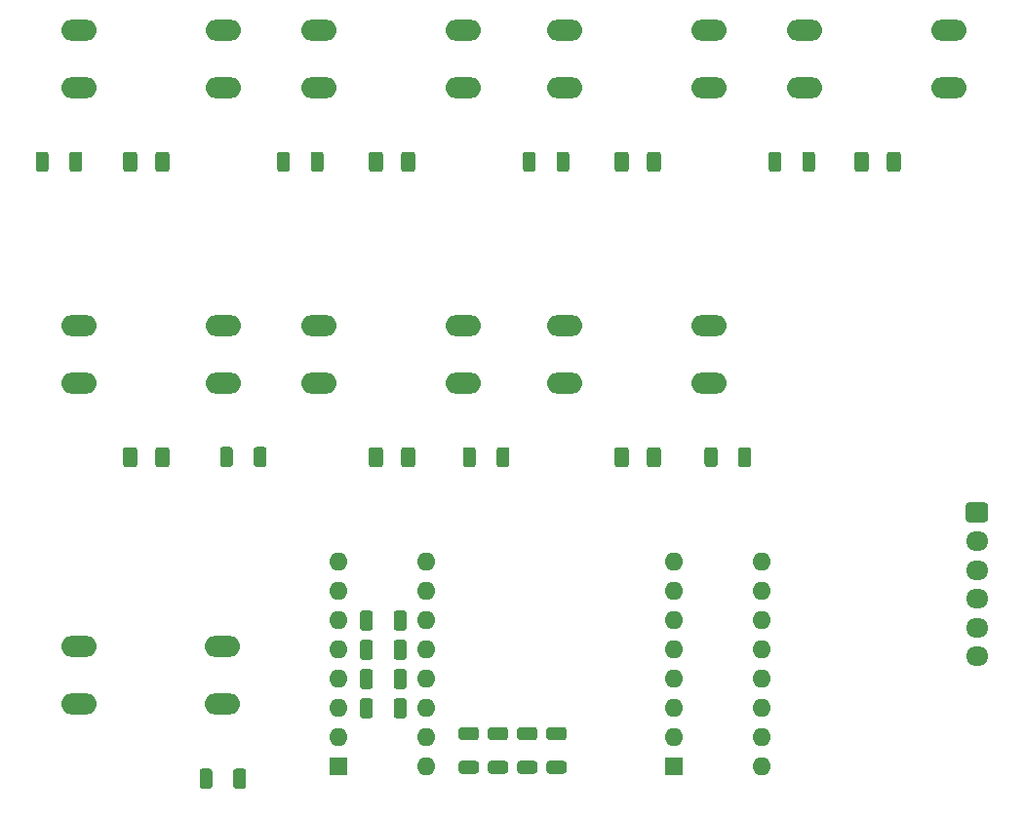
<source format=gbr>
%TF.GenerationSoftware,KiCad,Pcbnew,5.1.10*%
%TF.CreationDate,2021-07-27T03:07:11+02:00*%
%TF.ProjectId,OFICINA-TELE-ENCHUFES-INTERFAZ,4f464943-494e-4412-9d54-454c452d454e,rev?*%
%TF.SameCoordinates,Original*%
%TF.FileFunction,Soldermask,Top*%
%TF.FilePolarity,Negative*%
%FSLAX46Y46*%
G04 Gerber Fmt 4.6, Leading zero omitted, Abs format (unit mm)*
G04 Created by KiCad (PCBNEW 5.1.10) date 2021-07-27 03:07:11*
%MOMM*%
%LPD*%
G01*
G04 APERTURE LIST*
%ADD10O,1.600000X1.600000*%
%ADD11R,1.600000X1.600000*%
%ADD12O,3.048000X1.850000*%
%ADD13O,1.950000X1.700000*%
G04 APERTURE END LIST*
%TO.C,RD2*%
G36*
G01*
X132115436Y-72197997D02*
X132115436Y-73448003D01*
G75*
G02*
X131865439Y-73698000I-249997J0D01*
G01*
X131240433Y-73698000D01*
G75*
G02*
X130990436Y-73448003I0J249997D01*
G01*
X130990436Y-72197997D01*
G75*
G02*
X131240433Y-71948000I249997J0D01*
G01*
X131865439Y-71948000D01*
G75*
G02*
X132115436Y-72197997I0J-249997D01*
G01*
G37*
G36*
G01*
X135040436Y-72197997D02*
X135040436Y-73448003D01*
G75*
G02*
X134790439Y-73698000I-249997J0D01*
G01*
X134165433Y-73698000D01*
G75*
G02*
X133915436Y-73448003I0J249997D01*
G01*
X133915436Y-72197997D01*
G75*
G02*
X134165433Y-71948000I249997J0D01*
G01*
X134790439Y-71948000D01*
G75*
G02*
X135040436Y-72197997I0J-249997D01*
G01*
G37*
%TD*%
D10*
%TO.C,U1*%
X143937436Y-125363000D03*
X136317436Y-107583000D03*
X143937436Y-122823000D03*
X136317436Y-110123000D03*
X143937436Y-120283000D03*
X136317436Y-112663000D03*
X143937436Y-117743000D03*
X136317436Y-115203000D03*
X143937436Y-115203000D03*
X136317436Y-117743000D03*
X143937436Y-112663000D03*
X136317436Y-120283000D03*
X143937436Y-110123000D03*
X136317436Y-122823000D03*
X143937436Y-107583000D03*
D11*
X136317436Y-125363000D03*
%TD*%
D10*
%TO.C,U2*%
X173045000Y-125363000D03*
X165425000Y-107583000D03*
X173045000Y-122823000D03*
X165425000Y-110123000D03*
X173045000Y-120283000D03*
X165425000Y-112663000D03*
X173045000Y-117743000D03*
X165425000Y-115203000D03*
X173045000Y-115203000D03*
X165425000Y-117743000D03*
X173045000Y-112663000D03*
X165425000Y-120283000D03*
X173045000Y-110123000D03*
X165425000Y-122823000D03*
X173045000Y-107583000D03*
D11*
X165425000Y-125363000D03*
%TD*%
%TO.C,D1*%
G36*
G01*
X118867000Y-72198000D02*
X118867000Y-73448000D01*
G75*
G02*
X118617000Y-73698000I-250000J0D01*
G01*
X117867000Y-73698000D01*
G75*
G02*
X117617000Y-73448000I0J250000D01*
G01*
X117617000Y-72198000D01*
G75*
G02*
X117867000Y-71948000I250000J0D01*
G01*
X118617000Y-71948000D01*
G75*
G02*
X118867000Y-72198000I0J-250000D01*
G01*
G37*
G36*
G01*
X121667000Y-72198000D02*
X121667000Y-73448000D01*
G75*
G02*
X121417000Y-73698000I-250000J0D01*
G01*
X120667000Y-73698000D01*
G75*
G02*
X120417000Y-73448000I0J250000D01*
G01*
X120417000Y-72198000D01*
G75*
G02*
X120667000Y-71948000I250000J0D01*
G01*
X121417000Y-71948000D01*
G75*
G02*
X121667000Y-72198000I0J-250000D01*
G01*
G37*
%TD*%
%TO.C,RD6*%
G36*
G01*
X150051000Y-99102003D02*
X150051000Y-97851997D01*
G75*
G02*
X150300997Y-97602000I249997J0D01*
G01*
X150926003Y-97602000D01*
G75*
G02*
X151176000Y-97851997I0J-249997D01*
G01*
X151176000Y-99102003D01*
G75*
G02*
X150926003Y-99352000I-249997J0D01*
G01*
X150300997Y-99352000D01*
G75*
G02*
X150051000Y-99102003I0J249997D01*
G01*
G37*
G36*
G01*
X147126000Y-99102003D02*
X147126000Y-97851997D01*
G75*
G02*
X147375997Y-97602000I249997J0D01*
G01*
X148001003Y-97602000D01*
G75*
G02*
X148251000Y-97851997I0J-249997D01*
G01*
X148251000Y-99102003D01*
G75*
G02*
X148001003Y-99352000I-249997J0D01*
G01*
X147375997Y-99352000D01*
G75*
G02*
X147126000Y-99102003I0J249997D01*
G01*
G37*
%TD*%
D12*
%TO.C,SW1*%
X126300000Y-61393000D03*
X126300000Y-66393000D03*
X113800000Y-61393000D03*
X113800000Y-66393000D03*
%TD*%
%TO.C,SWR7*%
G36*
G01*
X139316000Y-114577997D02*
X139316000Y-115828003D01*
G75*
G02*
X139066003Y-116078000I-249997J0D01*
G01*
X138440997Y-116078000D01*
G75*
G02*
X138191000Y-115828003I0J249997D01*
G01*
X138191000Y-114577997D01*
G75*
G02*
X138440997Y-114328000I249997J0D01*
G01*
X139066003Y-114328000D01*
G75*
G02*
X139316000Y-114577997I0J-249997D01*
G01*
G37*
G36*
G01*
X142241000Y-114577997D02*
X142241000Y-115828003D01*
G75*
G02*
X141991003Y-116078000I-249997J0D01*
G01*
X141365997Y-116078000D01*
G75*
G02*
X141116000Y-115828003I0J249997D01*
G01*
X141116000Y-114577997D01*
G75*
G02*
X141365997Y-114328000I249997J0D01*
G01*
X141991003Y-114328000D01*
G75*
G02*
X142241000Y-114577997I0J-249997D01*
G01*
G37*
%TD*%
D13*
%TO.C,J1*%
X191760000Y-115770000D03*
X191760000Y-113270000D03*
X191760000Y-110770000D03*
X191760000Y-108270000D03*
X191760000Y-105770000D03*
G36*
G01*
X191035000Y-102420000D02*
X192485000Y-102420000D01*
G75*
G02*
X192735000Y-102670000I0J-250000D01*
G01*
X192735000Y-103870000D01*
G75*
G02*
X192485000Y-104120000I-250000J0D01*
G01*
X191035000Y-104120000D01*
G75*
G02*
X190785000Y-103870000I0J250000D01*
G01*
X190785000Y-102670000D01*
G75*
G02*
X191035000Y-102420000I250000J0D01*
G01*
G37*
%TD*%
%TO.C,SWR8*%
G36*
G01*
X139316000Y-112037997D02*
X139316000Y-113288003D01*
G75*
G02*
X139066003Y-113538000I-249997J0D01*
G01*
X138440997Y-113538000D01*
G75*
G02*
X138191000Y-113288003I0J249997D01*
G01*
X138191000Y-112037997D01*
G75*
G02*
X138440997Y-111788000I249997J0D01*
G01*
X139066003Y-111788000D01*
G75*
G02*
X139316000Y-112037997I0J-249997D01*
G01*
G37*
G36*
G01*
X142241000Y-112037997D02*
X142241000Y-113288003D01*
G75*
G02*
X141991003Y-113538000I-249997J0D01*
G01*
X141365997Y-113538000D01*
G75*
G02*
X141116000Y-113288003I0J249997D01*
G01*
X141116000Y-112037997D01*
G75*
G02*
X141365997Y-111788000I249997J0D01*
G01*
X141991003Y-111788000D01*
G75*
G02*
X142241000Y-112037997I0J-249997D01*
G01*
G37*
%TD*%
%TO.C,SWR6*%
G36*
G01*
X139316000Y-117117997D02*
X139316000Y-118368003D01*
G75*
G02*
X139066003Y-118618000I-249997J0D01*
G01*
X138440997Y-118618000D01*
G75*
G02*
X138191000Y-118368003I0J249997D01*
G01*
X138191000Y-117117997D01*
G75*
G02*
X138440997Y-116868000I249997J0D01*
G01*
X139066003Y-116868000D01*
G75*
G02*
X139316000Y-117117997I0J-249997D01*
G01*
G37*
G36*
G01*
X142241000Y-117117997D02*
X142241000Y-118368003D01*
G75*
G02*
X141991003Y-118618000I-249997J0D01*
G01*
X141365997Y-118618000D01*
G75*
G02*
X141116000Y-118368003I0J249997D01*
G01*
X141116000Y-117117997D01*
G75*
G02*
X141365997Y-116868000I249997J0D01*
G01*
X141991003Y-116868000D01*
G75*
G02*
X142241000Y-117117997I0J-249997D01*
G01*
G37*
%TD*%
%TO.C,SWR5*%
G36*
G01*
X142241000Y-119657997D02*
X142241000Y-120908003D01*
G75*
G02*
X141991003Y-121158000I-249997J0D01*
G01*
X141365997Y-121158000D01*
G75*
G02*
X141116000Y-120908003I0J249997D01*
G01*
X141116000Y-119657997D01*
G75*
G02*
X141365997Y-119408000I249997J0D01*
G01*
X141991003Y-119408000D01*
G75*
G02*
X142241000Y-119657997I0J-249997D01*
G01*
G37*
G36*
G01*
X139316000Y-119657997D02*
X139316000Y-120908003D01*
G75*
G02*
X139066003Y-121158000I-249997J0D01*
G01*
X138440997Y-121158000D01*
G75*
G02*
X138191000Y-120908003I0J249997D01*
G01*
X138191000Y-119657997D01*
G75*
G02*
X138440997Y-119408000I249997J0D01*
G01*
X139066003Y-119408000D01*
G75*
G02*
X139316000Y-119657997I0J-249997D01*
G01*
G37*
%TD*%
%TO.C,SWR4*%
G36*
G01*
X148267439Y-123050564D02*
X147017433Y-123050564D01*
G75*
G02*
X146767436Y-122800567I0J249997D01*
G01*
X146767436Y-122175561D01*
G75*
G02*
X147017433Y-121925564I249997J0D01*
G01*
X148267439Y-121925564D01*
G75*
G02*
X148517436Y-122175561I0J-249997D01*
G01*
X148517436Y-122800567D01*
G75*
G02*
X148267439Y-123050564I-249997J0D01*
G01*
G37*
G36*
G01*
X148267439Y-125975564D02*
X147017433Y-125975564D01*
G75*
G02*
X146767436Y-125725567I0J249997D01*
G01*
X146767436Y-125100561D01*
G75*
G02*
X147017433Y-124850564I249997J0D01*
G01*
X148267439Y-124850564D01*
G75*
G02*
X148517436Y-125100561I0J-249997D01*
G01*
X148517436Y-125725567D01*
G75*
G02*
X148267439Y-125975564I-249997J0D01*
G01*
G37*
%TD*%
%TO.C,SWR3*%
G36*
G01*
X150807439Y-123050564D02*
X149557433Y-123050564D01*
G75*
G02*
X149307436Y-122800567I0J249997D01*
G01*
X149307436Y-122175561D01*
G75*
G02*
X149557433Y-121925564I249997J0D01*
G01*
X150807439Y-121925564D01*
G75*
G02*
X151057436Y-122175561I0J-249997D01*
G01*
X151057436Y-122800567D01*
G75*
G02*
X150807439Y-123050564I-249997J0D01*
G01*
G37*
G36*
G01*
X150807439Y-125975564D02*
X149557433Y-125975564D01*
G75*
G02*
X149307436Y-125725567I0J249997D01*
G01*
X149307436Y-125100561D01*
G75*
G02*
X149557433Y-124850564I249997J0D01*
G01*
X150807439Y-124850564D01*
G75*
G02*
X151057436Y-125100561I0J-249997D01*
G01*
X151057436Y-125725567D01*
G75*
G02*
X150807439Y-125975564I-249997J0D01*
G01*
G37*
%TD*%
%TO.C,SWR2*%
G36*
G01*
X153347439Y-123050564D02*
X152097433Y-123050564D01*
G75*
G02*
X151847436Y-122800567I0J249997D01*
G01*
X151847436Y-122175561D01*
G75*
G02*
X152097433Y-121925564I249997J0D01*
G01*
X153347439Y-121925564D01*
G75*
G02*
X153597436Y-122175561I0J-249997D01*
G01*
X153597436Y-122800567D01*
G75*
G02*
X153347439Y-123050564I-249997J0D01*
G01*
G37*
G36*
G01*
X153347439Y-125975564D02*
X152097433Y-125975564D01*
G75*
G02*
X151847436Y-125725567I0J249997D01*
G01*
X151847436Y-125100561D01*
G75*
G02*
X152097433Y-124850564I249997J0D01*
G01*
X153347439Y-124850564D01*
G75*
G02*
X153597436Y-125100561I0J-249997D01*
G01*
X153597436Y-125725567D01*
G75*
G02*
X153347439Y-125975564I-249997J0D01*
G01*
G37*
%TD*%
%TO.C,SWR1*%
G36*
G01*
X155887439Y-123050564D02*
X154637433Y-123050564D01*
G75*
G02*
X154387436Y-122800567I0J249997D01*
G01*
X154387436Y-122175561D01*
G75*
G02*
X154637433Y-121925564I249997J0D01*
G01*
X155887439Y-121925564D01*
G75*
G02*
X156137436Y-122175561I0J-249997D01*
G01*
X156137436Y-122800567D01*
G75*
G02*
X155887439Y-123050564I-249997J0D01*
G01*
G37*
G36*
G01*
X155887439Y-125975564D02*
X154637433Y-125975564D01*
G75*
G02*
X154387436Y-125725567I0J249997D01*
G01*
X154387436Y-125100561D01*
G75*
G02*
X154637433Y-124850564I249997J0D01*
G01*
X155887439Y-124850564D01*
G75*
G02*
X156137436Y-125100561I0J-249997D01*
G01*
X156137436Y-125725567D01*
G75*
G02*
X155887439Y-125975564I-249997J0D01*
G01*
G37*
%TD*%
%TO.C,RDATA1*%
G36*
G01*
X127184436Y-127022003D02*
X127184436Y-125771997D01*
G75*
G02*
X127434433Y-125522000I249997J0D01*
G01*
X128059439Y-125522000D01*
G75*
G02*
X128309436Y-125771997I0J-249997D01*
G01*
X128309436Y-127022003D01*
G75*
G02*
X128059439Y-127272000I-249997J0D01*
G01*
X127434433Y-127272000D01*
G75*
G02*
X127184436Y-127022003I0J249997D01*
G01*
G37*
G36*
G01*
X124259436Y-127022003D02*
X124259436Y-125771997D01*
G75*
G02*
X124509433Y-125522000I249997J0D01*
G01*
X125134439Y-125522000D01*
G75*
G02*
X125384436Y-125771997I0J-249997D01*
G01*
X125384436Y-127022003D01*
G75*
G02*
X125134439Y-127272000I-249997J0D01*
G01*
X124509433Y-127272000D01*
G75*
G02*
X124259436Y-127022003I0J249997D01*
G01*
G37*
%TD*%
%TO.C,RD7*%
G36*
G01*
X171035000Y-99102003D02*
X171035000Y-97851997D01*
G75*
G02*
X171284997Y-97602000I249997J0D01*
G01*
X171910003Y-97602000D01*
G75*
G02*
X172160000Y-97851997I0J-249997D01*
G01*
X172160000Y-99102003D01*
G75*
G02*
X171910003Y-99352000I-249997J0D01*
G01*
X171284997Y-99352000D01*
G75*
G02*
X171035000Y-99102003I0J249997D01*
G01*
G37*
G36*
G01*
X168110000Y-99102003D02*
X168110000Y-97851997D01*
G75*
G02*
X168359997Y-97602000I249997J0D01*
G01*
X168985003Y-97602000D01*
G75*
G02*
X169235000Y-97851997I0J-249997D01*
G01*
X169235000Y-99102003D01*
G75*
G02*
X168985003Y-99352000I-249997J0D01*
G01*
X168359997Y-99352000D01*
G75*
G02*
X168110000Y-99102003I0J249997D01*
G01*
G37*
%TD*%
%TO.C,RD5*%
G36*
G01*
X128962436Y-99082003D02*
X128962436Y-97831997D01*
G75*
G02*
X129212433Y-97582000I249997J0D01*
G01*
X129837439Y-97582000D01*
G75*
G02*
X130087436Y-97831997I0J-249997D01*
G01*
X130087436Y-99082003D01*
G75*
G02*
X129837439Y-99332000I-249997J0D01*
G01*
X129212433Y-99332000D01*
G75*
G02*
X128962436Y-99082003I0J249997D01*
G01*
G37*
G36*
G01*
X126037436Y-99082003D02*
X126037436Y-97831997D01*
G75*
G02*
X126287433Y-97582000I249997J0D01*
G01*
X126912439Y-97582000D01*
G75*
G02*
X127162436Y-97831997I0J-249997D01*
G01*
X127162436Y-99082003D01*
G75*
G02*
X126912439Y-99332000I-249997J0D01*
G01*
X126287433Y-99332000D01*
G75*
G02*
X126037436Y-99082003I0J249997D01*
G01*
G37*
%TD*%
%TO.C,RD4*%
G36*
G01*
X174787436Y-72197997D02*
X174787436Y-73448003D01*
G75*
G02*
X174537439Y-73698000I-249997J0D01*
G01*
X173912433Y-73698000D01*
G75*
G02*
X173662436Y-73448003I0J249997D01*
G01*
X173662436Y-72197997D01*
G75*
G02*
X173912433Y-71948000I249997J0D01*
G01*
X174537439Y-71948000D01*
G75*
G02*
X174787436Y-72197997I0J-249997D01*
G01*
G37*
G36*
G01*
X177712436Y-72197997D02*
X177712436Y-73448003D01*
G75*
G02*
X177462439Y-73698000I-249997J0D01*
G01*
X176837433Y-73698000D01*
G75*
G02*
X176587436Y-73448003I0J249997D01*
G01*
X176587436Y-72197997D01*
G75*
G02*
X176837433Y-71948000I249997J0D01*
G01*
X177462439Y-71948000D01*
G75*
G02*
X177712436Y-72197997I0J-249997D01*
G01*
G37*
%TD*%
%TO.C,RD3*%
G36*
G01*
X153451436Y-72197997D02*
X153451436Y-73448003D01*
G75*
G02*
X153201439Y-73698000I-249997J0D01*
G01*
X152576433Y-73698000D01*
G75*
G02*
X152326436Y-73448003I0J249997D01*
G01*
X152326436Y-72197997D01*
G75*
G02*
X152576433Y-71948000I249997J0D01*
G01*
X153201439Y-71948000D01*
G75*
G02*
X153451436Y-72197997I0J-249997D01*
G01*
G37*
G36*
G01*
X156376436Y-72197997D02*
X156376436Y-73448003D01*
G75*
G02*
X156126439Y-73698000I-249997J0D01*
G01*
X155501433Y-73698000D01*
G75*
G02*
X155251436Y-73448003I0J249997D01*
G01*
X155251436Y-72197997D01*
G75*
G02*
X155501433Y-71948000I249997J0D01*
G01*
X156126439Y-71948000D01*
G75*
G02*
X156376436Y-72197997I0J-249997D01*
G01*
G37*
%TD*%
%TO.C,RD1*%
G36*
G01*
X111160436Y-72197997D02*
X111160436Y-73448003D01*
G75*
G02*
X110910439Y-73698000I-249997J0D01*
G01*
X110285433Y-73698000D01*
G75*
G02*
X110035436Y-73448003I0J249997D01*
G01*
X110035436Y-72197997D01*
G75*
G02*
X110285433Y-71948000I249997J0D01*
G01*
X110910439Y-71948000D01*
G75*
G02*
X111160436Y-72197997I0J-249997D01*
G01*
G37*
G36*
G01*
X114085436Y-72197997D02*
X114085436Y-73448003D01*
G75*
G02*
X113835439Y-73698000I-249997J0D01*
G01*
X113210433Y-73698000D01*
G75*
G02*
X112960436Y-73448003I0J249997D01*
G01*
X112960436Y-72197997D01*
G75*
G02*
X113210433Y-71948000I249997J0D01*
G01*
X113835439Y-71948000D01*
G75*
G02*
X114085436Y-72197997I0J-249997D01*
G01*
G37*
%TD*%
%TO.C,D7*%
G36*
G01*
X163089000Y-99102000D02*
X163089000Y-97852000D01*
G75*
G02*
X163339000Y-97602000I250000J0D01*
G01*
X164089000Y-97602000D01*
G75*
G02*
X164339000Y-97852000I0J-250000D01*
G01*
X164339000Y-99102000D01*
G75*
G02*
X164089000Y-99352000I-250000J0D01*
G01*
X163339000Y-99352000D01*
G75*
G02*
X163089000Y-99102000I0J250000D01*
G01*
G37*
G36*
G01*
X160289000Y-99102000D02*
X160289000Y-97852000D01*
G75*
G02*
X160539000Y-97602000I250000J0D01*
G01*
X161289000Y-97602000D01*
G75*
G02*
X161539000Y-97852000I0J-250000D01*
G01*
X161539000Y-99102000D01*
G75*
G02*
X161289000Y-99352000I-250000J0D01*
G01*
X160539000Y-99352000D01*
G75*
G02*
X160289000Y-99102000I0J250000D01*
G01*
G37*
%TD*%
%TO.C,D6*%
G36*
G01*
X141753000Y-99102000D02*
X141753000Y-97852000D01*
G75*
G02*
X142003000Y-97602000I250000J0D01*
G01*
X142753000Y-97602000D01*
G75*
G02*
X143003000Y-97852000I0J-250000D01*
G01*
X143003000Y-99102000D01*
G75*
G02*
X142753000Y-99352000I-250000J0D01*
G01*
X142003000Y-99352000D01*
G75*
G02*
X141753000Y-99102000I0J250000D01*
G01*
G37*
G36*
G01*
X138953000Y-99102000D02*
X138953000Y-97852000D01*
G75*
G02*
X139203000Y-97602000I250000J0D01*
G01*
X139953000Y-97602000D01*
G75*
G02*
X140203000Y-97852000I0J-250000D01*
G01*
X140203000Y-99102000D01*
G75*
G02*
X139953000Y-99352000I-250000J0D01*
G01*
X139203000Y-99352000D01*
G75*
G02*
X138953000Y-99102000I0J250000D01*
G01*
G37*
%TD*%
%TO.C,D5*%
G36*
G01*
X120417000Y-99102000D02*
X120417000Y-97852000D01*
G75*
G02*
X120667000Y-97602000I250000J0D01*
G01*
X121417000Y-97602000D01*
G75*
G02*
X121667000Y-97852000I0J-250000D01*
G01*
X121667000Y-99102000D01*
G75*
G02*
X121417000Y-99352000I-250000J0D01*
G01*
X120667000Y-99352000D01*
G75*
G02*
X120417000Y-99102000I0J250000D01*
G01*
G37*
G36*
G01*
X117617000Y-99102000D02*
X117617000Y-97852000D01*
G75*
G02*
X117867000Y-97602000I250000J0D01*
G01*
X118617000Y-97602000D01*
G75*
G02*
X118867000Y-97852000I0J-250000D01*
G01*
X118867000Y-99102000D01*
G75*
G02*
X118617000Y-99352000I-250000J0D01*
G01*
X117867000Y-99352000D01*
G75*
G02*
X117617000Y-99102000I0J250000D01*
G01*
G37*
%TD*%
%TO.C,D4*%
G36*
G01*
X182367000Y-72198000D02*
X182367000Y-73448000D01*
G75*
G02*
X182117000Y-73698000I-250000J0D01*
G01*
X181367000Y-73698000D01*
G75*
G02*
X181117000Y-73448000I0J250000D01*
G01*
X181117000Y-72198000D01*
G75*
G02*
X181367000Y-71948000I250000J0D01*
G01*
X182117000Y-71948000D01*
G75*
G02*
X182367000Y-72198000I0J-250000D01*
G01*
G37*
G36*
G01*
X185167000Y-72198000D02*
X185167000Y-73448000D01*
G75*
G02*
X184917000Y-73698000I-250000J0D01*
G01*
X184167000Y-73698000D01*
G75*
G02*
X183917000Y-73448000I0J250000D01*
G01*
X183917000Y-72198000D01*
G75*
G02*
X184167000Y-71948000I250000J0D01*
G01*
X184917000Y-71948000D01*
G75*
G02*
X185167000Y-72198000I0J-250000D01*
G01*
G37*
%TD*%
%TO.C,D3*%
G36*
G01*
X161539000Y-72198000D02*
X161539000Y-73448000D01*
G75*
G02*
X161289000Y-73698000I-250000J0D01*
G01*
X160539000Y-73698000D01*
G75*
G02*
X160289000Y-73448000I0J250000D01*
G01*
X160289000Y-72198000D01*
G75*
G02*
X160539000Y-71948000I250000J0D01*
G01*
X161289000Y-71948000D01*
G75*
G02*
X161539000Y-72198000I0J-250000D01*
G01*
G37*
G36*
G01*
X164339000Y-72198000D02*
X164339000Y-73448000D01*
G75*
G02*
X164089000Y-73698000I-250000J0D01*
G01*
X163339000Y-73698000D01*
G75*
G02*
X163089000Y-73448000I0J250000D01*
G01*
X163089000Y-72198000D01*
G75*
G02*
X163339000Y-71948000I250000J0D01*
G01*
X164089000Y-71948000D01*
G75*
G02*
X164339000Y-72198000I0J-250000D01*
G01*
G37*
%TD*%
%TO.C,D2*%
G36*
G01*
X140203000Y-72198000D02*
X140203000Y-73448000D01*
G75*
G02*
X139953000Y-73698000I-250000J0D01*
G01*
X139203000Y-73698000D01*
G75*
G02*
X138953000Y-73448000I0J250000D01*
G01*
X138953000Y-72198000D01*
G75*
G02*
X139203000Y-71948000I250000J0D01*
G01*
X139953000Y-71948000D01*
G75*
G02*
X140203000Y-72198000I0J-250000D01*
G01*
G37*
G36*
G01*
X143003000Y-72198000D02*
X143003000Y-73448000D01*
G75*
G02*
X142753000Y-73698000I-250000J0D01*
G01*
X142003000Y-73698000D01*
G75*
G02*
X141753000Y-73448000I0J250000D01*
G01*
X141753000Y-72198000D01*
G75*
G02*
X142003000Y-71948000I250000J0D01*
G01*
X142753000Y-71948000D01*
G75*
G02*
X143003000Y-72198000I0J-250000D01*
G01*
G37*
%TD*%
D12*
%TO.C,SW_ALL_OFF1*%
X113784436Y-119920000D03*
X113784436Y-114920000D03*
X126284436Y-119920000D03*
X126284436Y-114920000D03*
%TD*%
%TO.C,SW7*%
X155964000Y-92047000D03*
X155964000Y-87047000D03*
X168464000Y-92047000D03*
X168464000Y-87047000D03*
%TD*%
%TO.C,SW6*%
X147128000Y-87047000D03*
X147128000Y-92047000D03*
X134628000Y-87047000D03*
X134628000Y-92047000D03*
%TD*%
%TO.C,SW5*%
X126300000Y-87047000D03*
X126300000Y-92047000D03*
X113800000Y-87047000D03*
X113800000Y-92047000D03*
%TD*%
%TO.C,SW4*%
X189292000Y-61393000D03*
X189292000Y-66393000D03*
X176792000Y-61393000D03*
X176792000Y-66393000D03*
%TD*%
%TO.C,SW3*%
X155964000Y-66393000D03*
X155964000Y-61393000D03*
X168464000Y-66393000D03*
X168464000Y-61393000D03*
%TD*%
%TO.C,SW2*%
X147128000Y-61393000D03*
X147128000Y-66393000D03*
X134628000Y-61393000D03*
X134628000Y-66393000D03*
%TD*%
M02*

</source>
